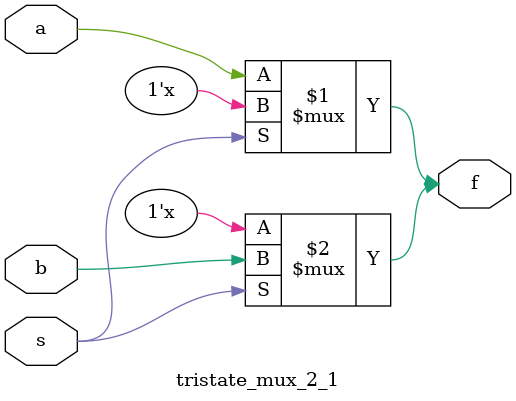
<source format=v>
`timescale 1ns / 1ps


module tristate_mux_2_1(input a,b,s,output f);
bufif0 g(f,a,s);
bufif1 g1(f,b,s);
endmodule

</source>
